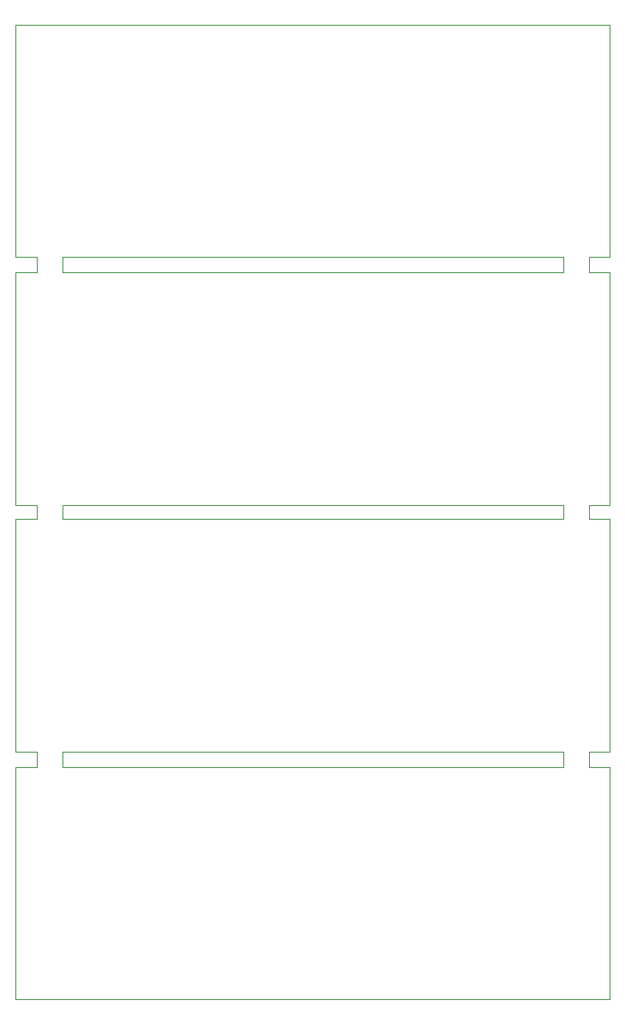
<source format=gm1>
G04 #@! TF.GenerationSoftware,KiCad,Pcbnew,5.1.8-5.1.8*
G04 #@! TF.CreationDate,2021-02-22T03:00:03+01:00*
G04 #@! TF.ProjectId,STM32L0LoraTx_4,53544d33-324c-4304-9c6f-726154785f34,rev?*
G04 #@! TF.SameCoordinates,Original*
G04 #@! TF.FileFunction,Profile,NP*
%FSLAX46Y46*%
G04 Gerber Fmt 4.6, Leading zero omitted, Abs format (unit mm)*
G04 Created by KiCad (PCBNEW 5.1.8-5.1.8) date 2021-02-22 03:00:03*
%MOMM*%
%LPD*%
G01*
G04 APERTURE LIST*
G04 #@! TA.AperFunction,Profile*
%ADD10C,0.050000*%
G04 #@! TD*
G04 APERTURE END LIST*
D10*
X145542000Y-128905000D02*
X145542000Y-130175000D01*
X145542000Y-100838000D02*
X145542000Y-101854000D01*
X145542000Y-72517000D02*
X145542000Y-73533000D01*
X91440000Y-69342000D02*
X140970000Y-69342000D01*
X86741000Y-69342000D02*
X88900000Y-69342000D01*
X88900000Y-70866000D02*
X86741000Y-70866000D01*
X140970000Y-70866000D02*
X91440000Y-70866000D01*
X145542000Y-70866000D02*
X143510000Y-70866000D01*
X143510000Y-69342000D02*
X145542000Y-69342000D01*
X91440000Y-93853000D02*
X140970000Y-93853000D01*
X86741000Y-93853000D02*
X88900000Y-93853000D01*
X88900000Y-95250000D02*
X86741000Y-95250000D01*
X140970000Y-95250000D02*
X91440000Y-95250000D01*
X145542000Y-95250000D02*
X143510000Y-95250000D01*
X143510000Y-93853000D02*
X145542000Y-93853000D01*
X143510000Y-118237000D02*
X145542000Y-118237000D01*
X91440000Y-118237000D02*
X140970000Y-118237000D01*
X88900000Y-118237000D02*
X86741000Y-118237000D01*
X88900000Y-119761000D02*
X86741000Y-119761000D01*
X140970000Y-119761000D02*
X91440000Y-119761000D01*
X145542000Y-119761000D02*
X143510000Y-119761000D01*
X143510000Y-118237000D02*
X143510000Y-119761000D01*
X140970000Y-118237000D02*
X140970000Y-119761000D01*
X91440000Y-118237000D02*
X91440000Y-119761000D01*
X88900000Y-118237000D02*
X88900000Y-119761000D01*
X140970000Y-95123000D02*
X140970000Y-95250000D01*
X143510000Y-93853000D02*
X143510000Y-95250000D01*
X140970000Y-93853000D02*
X140970000Y-95123000D01*
X91440000Y-93853000D02*
X91440000Y-95250000D01*
X88900000Y-93853000D02*
X88900000Y-95250000D01*
X91440000Y-69342000D02*
X91440000Y-70866000D01*
X88900000Y-69342000D02*
X88900000Y-70866000D01*
X140970000Y-69342000D02*
X140970000Y-70866000D01*
X143510000Y-69342000D02*
X143510000Y-70866000D01*
X145542000Y-101854000D02*
X145542000Y-118237000D01*
X145542000Y-95250000D02*
X145542000Y-100838000D01*
X145542000Y-130175000D02*
X145542000Y-142748000D01*
X145542000Y-119761000D02*
X145542000Y-128905000D01*
X145542000Y-93853000D02*
X145542000Y-73533000D01*
X145542000Y-70866000D02*
X145542000Y-72517000D01*
X145542000Y-46355000D02*
X145542000Y-69342000D01*
X86741000Y-93853000D02*
X86741000Y-70866000D01*
X86741000Y-69342000D02*
X86741000Y-46355000D01*
X86741000Y-46355000D02*
X145542000Y-46355000D01*
X86741000Y-118237000D02*
X86741000Y-95250000D01*
X86741000Y-142748000D02*
X86741000Y-119761000D01*
X145542000Y-142748000D02*
X86741000Y-142748000D01*
M02*

</source>
